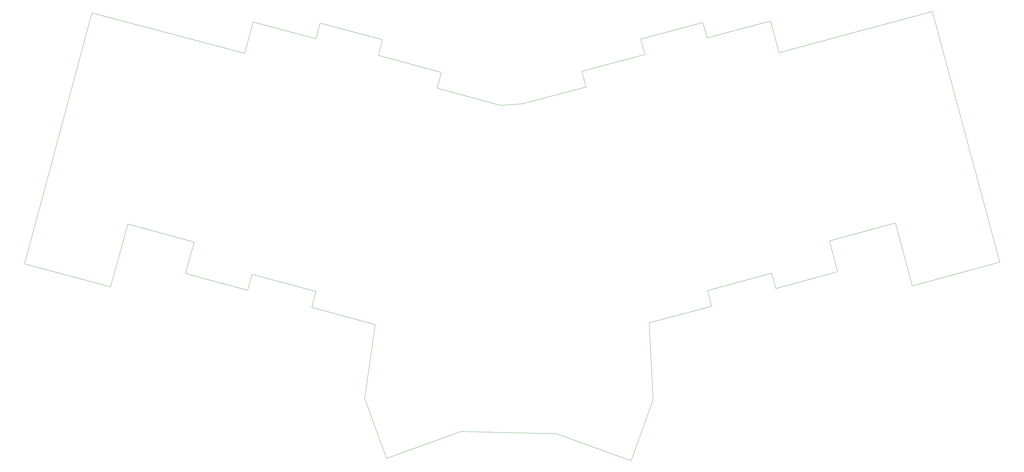
<source format=gbr>
G04 #@! TF.GenerationSoftware,KiCad,Pcbnew,(5.99.0-562-g7b80b2dc7)*
G04 #@! TF.CreationDate,2019-12-24T23:11:15-08:00*
G04 #@! TF.ProjectId,arch_40,61726368-5f34-4302-9e6b-696361645f70,rev?*
G04 #@! TF.SameCoordinates,Original*
G04 #@! TF.FileFunction,Profile,NP*
%FSLAX46Y46*%
G04 Gerber Fmt 4.6, Leading zero omitted, Abs format (unit mm)*
G04 Created by KiCad (PCBNEW (5.99.0-562-g7b80b2dc7)) date 2019-12-24 23:11:15*
%MOMM*%
%LPD*%
G04 APERTURE LIST*
%ADD10C,0.050000*%
G04 APERTURE END LIST*
D10*
X160850580Y-152636220D02*
X132933440Y-151998680D01*
X69916040Y-41742360D02*
X25448260Y-29989780D01*
X72362060Y-32633920D02*
X69916040Y-41742360D01*
X90731340Y-37536120D02*
X72359520Y-32633920D01*
X91937840Y-32933640D02*
X90731340Y-37536120D01*
X110091220Y-37802820D02*
X91935300Y-32933640D01*
X108869480Y-42349420D02*
X110091220Y-37802820D01*
X127261620Y-47287180D02*
X108866940Y-42349420D01*
X126014480Y-51927760D02*
X127261620Y-47287180D01*
X144396460Y-56860440D02*
X126011940Y-51927760D01*
X150820120Y-56509920D02*
X144396460Y-56860440D01*
X169456100Y-51523900D02*
X150820120Y-56509920D01*
X168247060Y-46997620D02*
X169456100Y-51521360D01*
X186593480Y-42100500D02*
X168247060Y-46995080D01*
X185389520Y-37574220D02*
X186593480Y-42100500D01*
X203484480Y-32748220D02*
X185389520Y-37571680D01*
X204716380Y-37279580D02*
X203487020Y-32748220D01*
X223174560Y-32367220D02*
X204716380Y-37279580D01*
X225630740Y-41544240D02*
X223174560Y-32367220D01*
X270372840Y-29517340D02*
X225630740Y-41541700D01*
X289953700Y-102633780D02*
X270372840Y-29517340D01*
X264482580Y-109583220D02*
X289953700Y-102636320D01*
X259633720Y-91163140D02*
X264482580Y-109583220D01*
X240342420Y-96431100D02*
X259636260Y-91163140D01*
X242745260Y-105450640D02*
X240342420Y-96431100D01*
X224688400Y-110342680D02*
X242745260Y-105450640D01*
X223497140Y-105874820D02*
X224688400Y-110345220D01*
X204812900Y-110891320D02*
X223497140Y-105874820D01*
X206044800Y-115463320D02*
X204812900Y-110888780D01*
X187799980Y-120342660D02*
X206044800Y-115465860D01*
X189026800Y-142684500D02*
X187799980Y-120342660D01*
X182514240Y-160525460D02*
X189026800Y-142687040D01*
X160850580Y-152636220D02*
X182514240Y-160528000D01*
X111239300Y-159877760D02*
X132933440Y-151996140D01*
X104917240Y-142364460D02*
X111239300Y-159877760D01*
X107929680Y-120812560D02*
X104917240Y-142364460D01*
X89463880Y-115864640D02*
X107929680Y-120810020D01*
X90726260Y-111178340D02*
X89463880Y-115864640D01*
X72036940Y-106156760D02*
X90726260Y-111178340D01*
X70797420Y-110807500D02*
X72036940Y-106156760D01*
X52697380Y-105918000D02*
X70797420Y-110804960D01*
X55201820Y-96781620D02*
X52699920Y-105918000D01*
X35933380Y-91498420D02*
X55201820Y-96781620D01*
X30810200Y-109788960D02*
X35933380Y-91495880D01*
X5788660Y-103146860D02*
X30810200Y-109791500D01*
X25448260Y-29987240D02*
X5788660Y-103146860D01*
M02*

</source>
